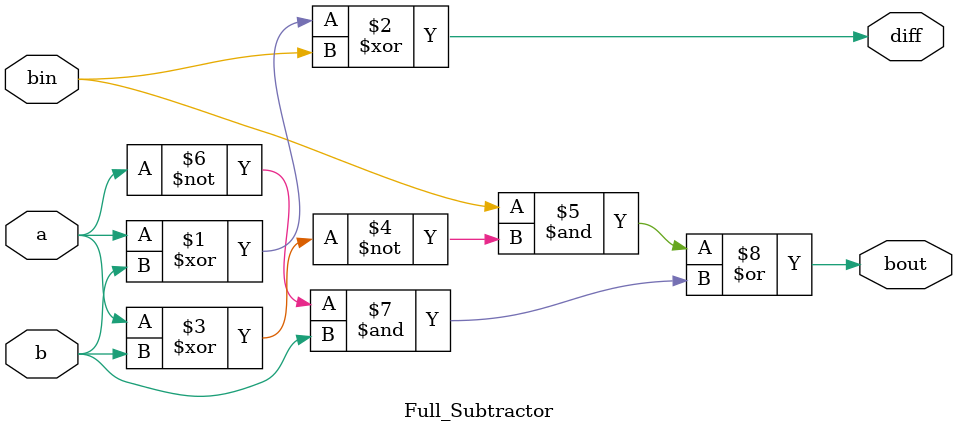
<source format=v>
`timescale 1ns / 1ps

module Full_Subtractor(
    input a, b, bin,
    output diff, bout
);

assign diff = a ^ b ^ bin;
assign bout = (bin & ~(a ^ b)) | (~a & b);

endmodule

</source>
